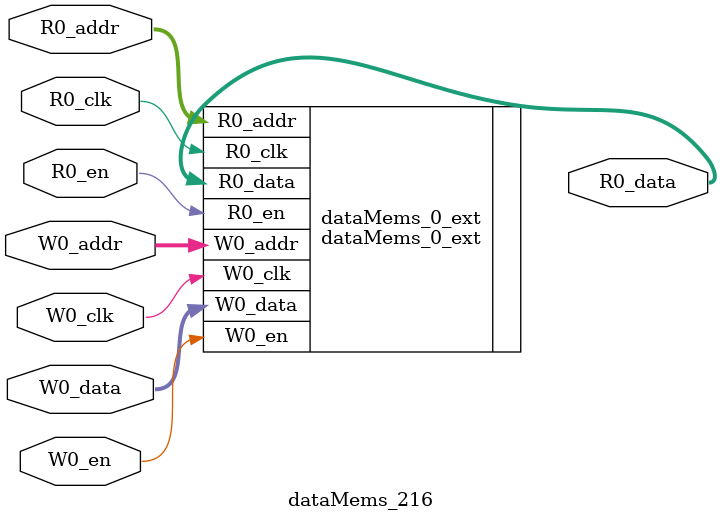
<source format=sv>
`ifndef RANDOMIZE
  `ifdef RANDOMIZE_REG_INIT
    `define RANDOMIZE
  `endif // RANDOMIZE_REG_INIT
`endif // not def RANDOMIZE
`ifndef RANDOMIZE
  `ifdef RANDOMIZE_MEM_INIT
    `define RANDOMIZE
  `endif // RANDOMIZE_MEM_INIT
`endif // not def RANDOMIZE

`ifndef RANDOM
  `define RANDOM $random
`endif // not def RANDOM

// Users can define 'PRINTF_COND' to add an extra gate to prints.
`ifndef PRINTF_COND_
  `ifdef PRINTF_COND
    `define PRINTF_COND_ (`PRINTF_COND)
  `else  // PRINTF_COND
    `define PRINTF_COND_ 1
  `endif // PRINTF_COND
`endif // not def PRINTF_COND_

// Users can define 'ASSERT_VERBOSE_COND' to add an extra gate to assert error printing.
`ifndef ASSERT_VERBOSE_COND_
  `ifdef ASSERT_VERBOSE_COND
    `define ASSERT_VERBOSE_COND_ (`ASSERT_VERBOSE_COND)
  `else  // ASSERT_VERBOSE_COND
    `define ASSERT_VERBOSE_COND_ 1
  `endif // ASSERT_VERBOSE_COND
`endif // not def ASSERT_VERBOSE_COND_

// Users can define 'STOP_COND' to add an extra gate to stop conditions.
`ifndef STOP_COND_
  `ifdef STOP_COND
    `define STOP_COND_ (`STOP_COND)
  `else  // STOP_COND
    `define STOP_COND_ 1
  `endif // STOP_COND
`endif // not def STOP_COND_

// Users can define INIT_RANDOM as general code that gets injected into the
// initializer block for modules with registers.
`ifndef INIT_RANDOM
  `define INIT_RANDOM
`endif // not def INIT_RANDOM

// If using random initialization, you can also define RANDOMIZE_DELAY to
// customize the delay used, otherwise 0.002 is used.
`ifndef RANDOMIZE_DELAY
  `define RANDOMIZE_DELAY 0.002
`endif // not def RANDOMIZE_DELAY

// Define INIT_RANDOM_PROLOG_ for use in our modules below.
`ifndef INIT_RANDOM_PROLOG_
  `ifdef RANDOMIZE
    `ifdef VERILATOR
      `define INIT_RANDOM_PROLOG_ `INIT_RANDOM
    `else  // VERILATOR
      `define INIT_RANDOM_PROLOG_ `INIT_RANDOM #`RANDOMIZE_DELAY begin end
    `endif // VERILATOR
  `else  // RANDOMIZE
    `define INIT_RANDOM_PROLOG_
  `endif // RANDOMIZE
`endif // not def INIT_RANDOM_PROLOG_

// Include register initializers in init blocks unless synthesis is set
`ifndef SYNTHESIS
  `ifndef ENABLE_INITIAL_REG_
    `define ENABLE_INITIAL_REG_
  `endif // not def ENABLE_INITIAL_REG_
`endif // not def SYNTHESIS

// Include rmemory initializers in init blocks unless synthesis is set
`ifndef SYNTHESIS
  `ifndef ENABLE_INITIAL_MEM_
    `define ENABLE_INITIAL_MEM_
  `endif // not def ENABLE_INITIAL_MEM_
`endif // not def SYNTHESIS

module dataMems_216(	// @[generators/ara/src/main/scala/UnsafeAXI4ToTL.scala:365:62]
  input  [4:0]  R0_addr,
  input         R0_en,
  input         R0_clk,
  output [66:0] R0_data,
  input  [4:0]  W0_addr,
  input         W0_en,
  input         W0_clk,
  input  [66:0] W0_data
);

  dataMems_0_ext dataMems_0_ext (	// @[generators/ara/src/main/scala/UnsafeAXI4ToTL.scala:365:62]
    .R0_addr (R0_addr),
    .R0_en   (R0_en),
    .R0_clk  (R0_clk),
    .R0_data (R0_data),
    .W0_addr (W0_addr),
    .W0_en   (W0_en),
    .W0_clk  (W0_clk),
    .W0_data (W0_data)
  );
endmodule


</source>
